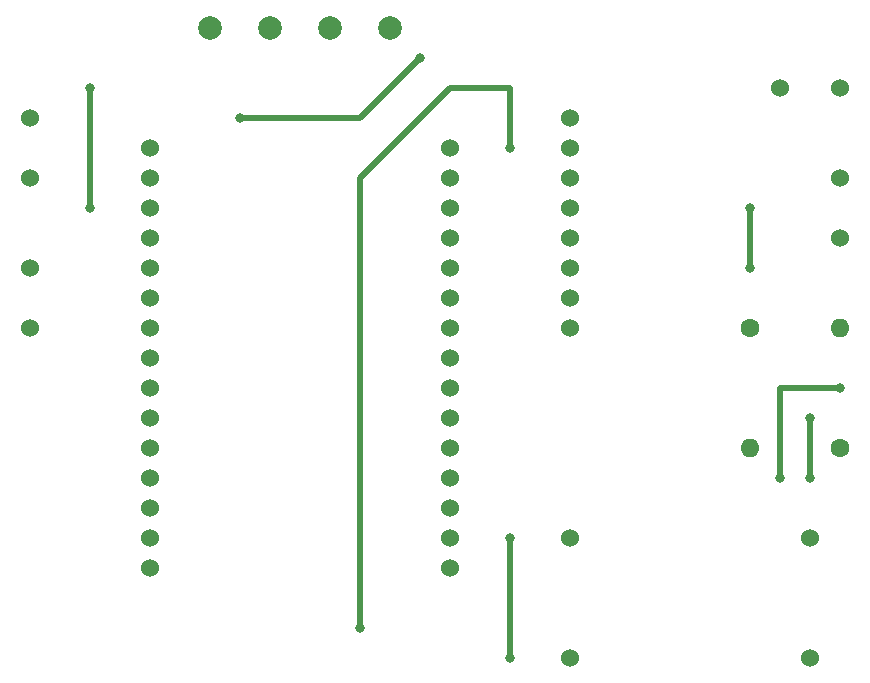
<source format=gbr>
%TF.GenerationSoftware,KiCad,Pcbnew,7.0.8*%
%TF.CreationDate,2025-10-26T01:44:15+02:00*%
%TF.ProjectId,Gyroskopicky-ovladac,4779726f-736b-46f7-9069-636b792d6f76,rev?*%
%TF.SameCoordinates,Original*%
%TF.FileFunction,Copper,L2,Bot*%
%TF.FilePolarity,Positive*%
%FSLAX46Y46*%
G04 Gerber Fmt 4.6, Leading zero omitted, Abs format (unit mm)*
G04 Created by KiCad (PCBNEW 7.0.8) date 2025-10-26 01:44:15*
%MOMM*%
%LPD*%
G01*
G04 APERTURE LIST*
%TA.AperFunction,ComponentPad*%
%ADD10C,2.000000*%
%TD*%
%TA.AperFunction,ComponentPad*%
%ADD11C,1.600000*%
%TD*%
%TA.AperFunction,ComponentPad*%
%ADD12O,1.600000X1.600000*%
%TD*%
%TA.AperFunction,ComponentPad*%
%ADD13C,1.524000*%
%TD*%
%TA.AperFunction,ViaPad*%
%ADD14C,0.800000*%
%TD*%
%TA.AperFunction,Conductor*%
%ADD15C,0.500000*%
%TD*%
G04 APERTURE END LIST*
D10*
%TO.P,OLED1,1,Pin_1*%
%TO.N,SDA*%
X78740000Y-58420000D03*
%TO.P,OLED1,2,Pin_2*%
%TO.N,SCL*%
X83820000Y-58420000D03*
%TO.P,OLED1,3,Pin_3*%
%TO.N,VCC3V3*%
X88900000Y-58420000D03*
%TO.P,OLED1,4,Pin_4*%
%TO.N,GND*%
X93980000Y-58420000D03*
%TD*%
D11*
%TO.P,R1,1*%
%TO.N,D34*%
X132080000Y-93980000D03*
D12*
%TO.P,R1,2*%
%TO.N,GND*%
X132080000Y-83820000D03*
%TD*%
D13*
%TO.P,Menu1,1,Pin_1*%
%TO.N,GND*%
X63500000Y-78740000D03*
%TO.P,Menu1,2,Pin_2*%
%TO.N,D23*%
X63500000Y-83820000D03*
%TD*%
%TO.P,Switch1,1,Pin_1*%
%TO.N,STRI*%
X127000000Y-63500000D03*
%TO.P,Switch1,2,Pin_2*%
%TO.N,BTSI*%
X132080000Y-63500000D03*
%TD*%
D11*
%TO.P,R2,1*%
%TO.N,STRI*%
X124460000Y-83820000D03*
D12*
%TO.P,R2,2*%
%TO.N,D34*%
X124460000Y-93980000D03*
%TD*%
D13*
%TO.P,Reboot1,1,Pin_1*%
%TO.N,GND*%
X63500000Y-66040000D03*
%TO.P,Reboot1,2,Pin_2*%
%TO.N,EN*%
X63500000Y-71120000D03*
%TD*%
%TO.P,Regulator3V3,1,IN-*%
%TO.N,GND*%
X129540000Y-111760000D03*
%TO.P,Regulator3V3,2,IN+*%
%TO.N,STRI*%
X129540000Y-101600000D03*
%TO.P,Regulator3V3,3,OUT-*%
%TO.N,GND*%
X109220000Y-111760000D03*
%TO.P,Regulator3V3,4,OUT+*%
%TO.N,VCC3V3*%
X109220000Y-101600000D03*
%TD*%
%TO.P,ESP1,1,3v3*%
%TO.N,VCC3V3*%
X99060000Y-104140000D03*
%TO.P,ESP1,2,GND*%
%TO.N,GND*%
X99060000Y-101600000D03*
%TO.P,ESP1,3,GPIO15*%
%TO.N,unconnected-(ESP1-GPIO15-Pad3)*%
X99060000Y-99060000D03*
%TO.P,ESP1,4,GPIO2*%
%TO.N,unconnected-(ESP1-GPIO2-Pad4)*%
X99060000Y-96520000D03*
%TO.P,ESP1,5,GPIO4*%
%TO.N,unconnected-(ESP1-GPIO4-Pad5)*%
X99060000Y-93980000D03*
%TO.P,ESP1,6,GPIO16*%
%TO.N,unconnected-(ESP1-GPIO16-Pad6)*%
X99060000Y-91440000D03*
%TO.P,ESP1,7,GPIO17*%
%TO.N,unconnected-(ESP1-GPIO17-Pad7)*%
X99060000Y-88900000D03*
%TO.P,ESP1,8,GPIO5*%
%TO.N,unconnected-(ESP1-GPIO5-Pad8)*%
X99060000Y-86360000D03*
%TO.P,ESP1,9,GPIO18*%
%TO.N,unconnected-(ESP1-GPIO18-Pad9)*%
X99060000Y-83820000D03*
%TO.P,ESP1,10,GPIO19*%
%TO.N,unconnected-(ESP1-GPIO19-Pad10)*%
X99060000Y-81280000D03*
%TO.P,ESP1,11,GPIO21*%
%TO.N,SDA*%
X99060000Y-78740000D03*
%TO.P,ESP1,12,RX0*%
%TO.N,unconnected-(ESP1-RX0-Pad12)*%
X99060000Y-76200000D03*
%TO.P,ESP1,13,TX0*%
%TO.N,unconnected-(ESP1-TX0-Pad13)*%
X99060000Y-73660000D03*
%TO.P,ESP1,14,GPIO22*%
%TO.N,SCL*%
X99060000Y-71120000D03*
%TO.P,ESP1,15,GPIO23*%
%TO.N,D23*%
X99060000Y-68580000D03*
%TO.P,ESP1,16,VN*%
%TO.N,unconnected-(ESP1-VN-Pad16)*%
X73660000Y-104140000D03*
%TO.P,ESP1,17,GND*%
%TO.N,unconnected-(ESP1-GND-Pad17)*%
X73660000Y-101600000D03*
%TO.P,ESP1,18,GPIO13*%
%TO.N,unconnected-(ESP1-GPIO13-Pad18)*%
X73660000Y-99060000D03*
%TO.P,ESP1,19,GPIO12*%
%TO.N,unconnected-(ESP1-GPIO12-Pad19)*%
X73660000Y-96520000D03*
%TO.P,ESP1,20,GPIO14*%
%TO.N,unconnected-(ESP1-GPIO14-Pad20)*%
X73660000Y-93980000D03*
%TO.P,ESP1,21,GPIO27*%
%TO.N,unconnected-(ESP1-GPIO27-Pad21)*%
X73660000Y-91440000D03*
%TO.P,ESP1,22,GPIO26*%
%TO.N,unconnected-(ESP1-GPIO26-Pad22)*%
X73660000Y-88900000D03*
%TO.P,ESP1,23,GPIO25*%
%TO.N,unconnected-(ESP1-GPIO25-Pad23)*%
X73660000Y-86360000D03*
%TO.P,ESP1,24,GPIO33*%
%TO.N,unconnected-(ESP1-GPIO33-Pad24)*%
X73660000Y-83820000D03*
%TO.P,ESP1,25,GPIO32*%
%TO.N,unconnected-(ESP1-GPIO32-Pad25)*%
X73660000Y-81280000D03*
%TO.P,ESP1,26,GPIO35*%
%TO.N,unconnected-(ESP1-GPIO35-Pad26)*%
X73660000Y-78740000D03*
%TO.P,ESP1,27,GPIO34*%
%TO.N,D34*%
X73660000Y-76200000D03*
%TO.P,ESP1,28,VN*%
%TO.N,unconnected-(ESP1-VN-Pad28)*%
X73660000Y-73660000D03*
%TO.P,ESP1,29,VP*%
%TO.N,unconnected-(ESP1-VP-Pad29)*%
X73660000Y-71120000D03*
%TO.P,ESP1,30,EN*%
%TO.N,EN*%
X73660000Y-68580000D03*
%TD*%
%TO.P,MPU1,1,VCC*%
%TO.N,VCC3V3*%
X109220000Y-66040000D03*
%TO.P,MPU1,2,GND*%
%TO.N,GND*%
X109220000Y-68580000D03*
%TO.P,MPU1,3,SCL*%
%TO.N,SCL*%
X109220000Y-71120000D03*
%TO.P,MPU1,4,SDA*%
%TO.N,SDA*%
X109220000Y-73660000D03*
%TO.P,MPU1,5,XDA*%
%TO.N,unconnected-(MPU1-XDA-Pad5)*%
X109220000Y-76200000D03*
%TO.P,MPU1,6,XCL*%
%TO.N,unconnected-(MPU1-XCL-Pad6)*%
X109220000Y-78740000D03*
%TO.P,MPU1,7,ADD*%
%TO.N,unconnected-(MPU1-ADD-Pad7)*%
X109220000Y-81280000D03*
%TO.P,MPU1,8,INT*%
%TO.N,unconnected-(MPU1-INT-Pad8)*%
X109220000Y-83820000D03*
%TD*%
%TO.P,Battery1,1,Pin_1*%
%TO.N,GND*%
X132080000Y-76200000D03*
%TO.P,Battery1,2,Pin_2*%
%TO.N,BTSI*%
X132080000Y-71120000D03*
%TD*%
D14*
%TO.N,GND*%
X127000000Y-96520000D03*
X81280000Y-66040000D03*
X132080000Y-88900000D03*
X68580000Y-73660000D03*
X104140000Y-101600000D03*
X68580000Y-63500000D03*
X104140000Y-111760000D03*
X96520000Y-60960000D03*
%TO.N,D23*%
X91440000Y-109220000D03*
X104140000Y-68580000D03*
%TO.N,STRI*%
X124460000Y-73660000D03*
X129540000Y-96520000D03*
X124460000Y-78740000D03*
X129540000Y-91440000D03*
%TD*%
D15*
%TO.N,GND*%
X104140000Y-101600000D02*
X104140000Y-111760000D01*
X81280000Y-66040000D02*
X91440000Y-66040000D01*
X132080000Y-88900000D02*
X127000000Y-88900000D01*
X91440000Y-66040000D02*
X96520000Y-60960000D01*
X127000000Y-88900000D02*
X127000000Y-96520000D01*
X68580000Y-73660000D02*
X68580000Y-63500000D01*
%TO.N,D23*%
X91440000Y-109220000D02*
X91440000Y-71120000D01*
X99060000Y-63500000D02*
X104140000Y-63500000D01*
X91440000Y-71120000D02*
X99060000Y-63500000D01*
X104140000Y-63500000D02*
X104140000Y-68580000D01*
%TO.N,STRI*%
X124460000Y-78740000D02*
X124460000Y-73660000D01*
X129540000Y-91440000D02*
X129540000Y-96520000D01*
%TD*%
M02*

</source>
